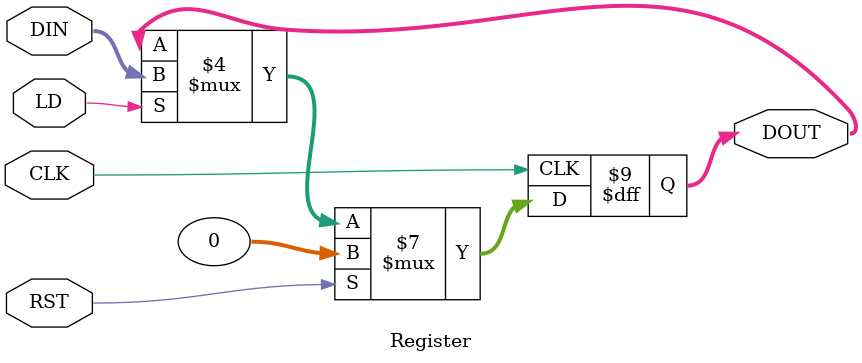
<source format=sv>
module Register(
    input CLK,
    input RST,
    input LD,
    input logic [31:0] DIN,
    output logic [31:0] DOUT
    );
    
    always_ff @(posedge CLK)
    begin
        if (RST == 1'b1)
            DOUT <= '0;
        else if (LD == 1'b1)
            DOUT <= DIN;
    end
    
endmodule
</source>
